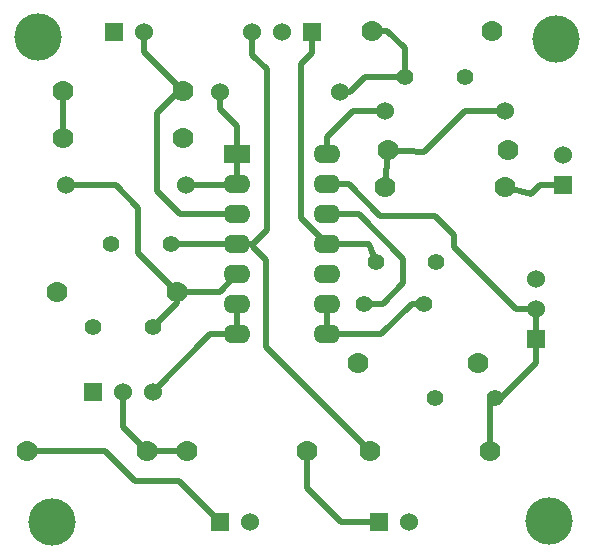
<source format=gtl>
%FSLAX34Y34*%
G04 Gerber Fmt 3.4, Leading zero omitted, Abs format*
G04 (created by PCBNEW (2014-02-26 BZR 4721)-product) date Wednesday, 27 May 2015 16:47:43*
%MOIN*%
G01*
G70*
G90*
G04 APERTURE LIST*
%ADD10C,0.005906*%
%ADD11C,0.055000*%
%ADD12C,0.060000*%
%ADD13R,0.060000X0.060000*%
%ADD14R,0.090000X0.062000*%
%ADD15O,0.090000X0.062000*%
%ADD16C,0.070000*%
%ADD17C,0.157480*%
%ADD18C,0.019685*%
G04 APERTURE END LIST*
G54D10*
G54D11*
X53165Y-44881D03*
X51165Y-44881D03*
X62023Y-45472D03*
X60023Y-45472D03*
X60968Y-39291D03*
X62968Y-39291D03*
X52574Y-47637D03*
X50574Y-47637D03*
X59629Y-46850D03*
X61629Y-46850D03*
X63992Y-50000D03*
X61992Y-50000D03*
G54D12*
X54811Y-39803D03*
X58811Y-39803D03*
X53692Y-42913D03*
X49692Y-42913D03*
X60322Y-40433D03*
X64322Y-40433D03*
G54D13*
X51271Y-37795D03*
G54D12*
X52271Y-37795D03*
G54D13*
X54814Y-54133D03*
G54D12*
X55814Y-54133D03*
G54D13*
X60129Y-54133D03*
G54D12*
X61129Y-54133D03*
G54D13*
X66259Y-42901D03*
G54D12*
X66259Y-41901D03*
G54D13*
X57889Y-37795D03*
G54D12*
X56889Y-37795D03*
X55889Y-37795D03*
G54D13*
X50574Y-49803D03*
G54D12*
X51574Y-49803D03*
X52574Y-49803D03*
G54D13*
X65354Y-48047D03*
G54D12*
X65354Y-47047D03*
X65354Y-46047D03*
G54D14*
X55389Y-41881D03*
G54D15*
X55389Y-42881D03*
X55389Y-43881D03*
X55389Y-44881D03*
X55389Y-45881D03*
X55389Y-46881D03*
X55389Y-47881D03*
X58389Y-47881D03*
X58389Y-46881D03*
X58389Y-45881D03*
X58389Y-44881D03*
X58389Y-43881D03*
X58389Y-42881D03*
X58389Y-41881D03*
G54D16*
X53574Y-39763D03*
X49574Y-39763D03*
X49574Y-41338D03*
X53574Y-41338D03*
X59889Y-37755D03*
X63889Y-37755D03*
X53377Y-46456D03*
X49377Y-46456D03*
X59417Y-48818D03*
X63417Y-48818D03*
X63811Y-51771D03*
X59811Y-51771D03*
X48393Y-51771D03*
X52393Y-51771D03*
X57708Y-51771D03*
X53708Y-51771D03*
X60401Y-41732D03*
X64401Y-41732D03*
X64322Y-42952D03*
X60322Y-42952D03*
G54D17*
X66023Y-38031D03*
X65787Y-54094D03*
X48740Y-37952D03*
X49212Y-54133D03*
G54D18*
X55905Y-44881D02*
X55905Y-44960D01*
X56338Y-48299D02*
X59811Y-51771D01*
X56338Y-45393D02*
X56338Y-48299D01*
X55905Y-44960D02*
X56338Y-45393D01*
X55389Y-44881D02*
X53165Y-44881D01*
X55889Y-37795D02*
X55889Y-38559D01*
X55905Y-44881D02*
X55389Y-44881D01*
X56377Y-44409D02*
X55905Y-44881D01*
X56377Y-39047D02*
X56377Y-44409D01*
X55889Y-38559D02*
X56377Y-39047D01*
X58389Y-44881D02*
X59787Y-44881D01*
X59787Y-44881D02*
X60023Y-45472D01*
X57889Y-37795D02*
X57889Y-38488D01*
X57519Y-44011D02*
X58389Y-44881D01*
X57519Y-38858D02*
X57519Y-44011D01*
X57889Y-38488D02*
X57519Y-38858D01*
X60968Y-39291D02*
X60968Y-38330D01*
X60393Y-37755D02*
X59889Y-37755D01*
X60968Y-38330D02*
X60393Y-37755D01*
X58811Y-39803D02*
X59133Y-39803D01*
X59645Y-39291D02*
X60968Y-39291D01*
X59133Y-39803D02*
X59645Y-39291D01*
X59787Y-37858D02*
X59889Y-37755D01*
X53377Y-46456D02*
X53377Y-46834D01*
X53377Y-46834D02*
X52574Y-47637D01*
X53377Y-46456D02*
X54814Y-46456D01*
X54814Y-46456D02*
X55389Y-45881D01*
X49692Y-42913D02*
X51338Y-42913D01*
X52086Y-45165D02*
X53377Y-46456D01*
X52086Y-43661D02*
X52086Y-45165D01*
X51338Y-42913D02*
X52086Y-43661D01*
X59629Y-46850D02*
X60236Y-46850D01*
X59433Y-43881D02*
X58389Y-43881D01*
X60905Y-45354D02*
X59433Y-43881D01*
X60905Y-46181D02*
X60905Y-45354D01*
X60236Y-46850D02*
X60905Y-46181D01*
X58389Y-47881D02*
X58389Y-46881D01*
X61629Y-46850D02*
X61220Y-46850D01*
X60188Y-47881D02*
X58389Y-47881D01*
X61220Y-46850D02*
X60188Y-47881D01*
X65354Y-48047D02*
X65354Y-48818D01*
X64173Y-50000D02*
X63992Y-50000D01*
X65354Y-48818D02*
X64173Y-50000D01*
X63992Y-50000D02*
X63811Y-50181D01*
X63811Y-50181D02*
X63811Y-51771D01*
X65354Y-47047D02*
X64685Y-47047D01*
X59102Y-42881D02*
X58389Y-42881D01*
X60157Y-43937D02*
X59102Y-42881D01*
X61968Y-43937D02*
X60157Y-43937D01*
X62598Y-44566D02*
X61968Y-43937D01*
X62598Y-44960D02*
X62598Y-44566D01*
X64685Y-47047D02*
X62598Y-44960D01*
X65354Y-47047D02*
X65354Y-48047D01*
X53692Y-42913D02*
X55358Y-42913D01*
X55358Y-42913D02*
X55389Y-42881D01*
X55389Y-41881D02*
X55389Y-40940D01*
X54811Y-40362D02*
X54811Y-39803D01*
X55389Y-40940D02*
X54811Y-40362D01*
X55389Y-42881D02*
X55389Y-41881D01*
X58389Y-41881D02*
X58389Y-41295D01*
X59251Y-40433D02*
X60322Y-40433D01*
X58389Y-41295D02*
X59251Y-40433D01*
X60322Y-42952D02*
X60401Y-41732D01*
X60401Y-41732D02*
X61614Y-41811D01*
X62992Y-40433D02*
X64322Y-40433D01*
X61614Y-41811D02*
X62992Y-40433D01*
X53574Y-39763D02*
X53464Y-39763D01*
X53488Y-43881D02*
X55389Y-43881D01*
X52716Y-43110D02*
X53488Y-43881D01*
X52716Y-40511D02*
X52716Y-43110D01*
X53464Y-39763D02*
X52716Y-40511D01*
X52271Y-37795D02*
X52271Y-38460D01*
X52271Y-38460D02*
X53574Y-39763D01*
X48393Y-51771D02*
X50984Y-51771D01*
X53437Y-52755D02*
X54814Y-54133D01*
X51968Y-52755D02*
X53437Y-52755D01*
X50984Y-51771D02*
X51968Y-52755D01*
X57708Y-51771D02*
X57708Y-52984D01*
X58858Y-54133D02*
X60129Y-54133D01*
X57708Y-52984D02*
X58858Y-54133D01*
X64322Y-42952D02*
X65196Y-43188D01*
X65484Y-42901D02*
X66259Y-42901D01*
X65196Y-43188D02*
X65484Y-42901D01*
X49574Y-39763D02*
X49574Y-41338D01*
X52393Y-51771D02*
X53708Y-51771D01*
X51574Y-49803D02*
X51574Y-50952D01*
X51574Y-50952D02*
X52393Y-51771D01*
X55389Y-47881D02*
X54496Y-47881D01*
X54496Y-47881D02*
X52574Y-49803D01*
X55389Y-46881D02*
X55389Y-47881D01*
M02*

</source>
